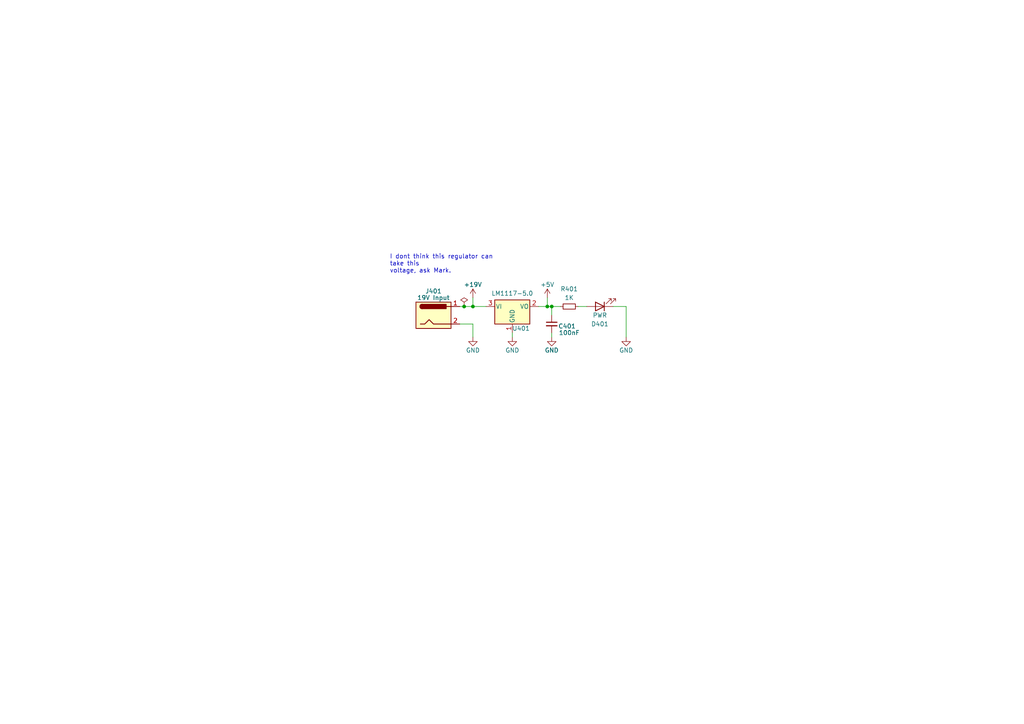
<source format=kicad_sch>
(kicad_sch (version 20211123) (generator eeschema)
  (paper "A4")
  (title_block (title "Days Without Incident Sign") (date "2022-06-24") (rev "${REVISION}") (company "FRC 1721") (comment 4 "Release: ${FULL_REVISION}"))
  (lib_symbols
    (symbol "Connector:Barrel_Jack" (pin_names (offset 1.016))
      (property "Reference" "J" (at 0 5.334 0))
      (property "Value" "Barrel_Jack" (at 0 -5.08 0))
      (symbol "Barrel_Jack_0_1"
        (rectangle (start -5.08 3.81) (end 5.08 -3.81) (stroke (width 0.254)) (fill (type background)))
        (arc (start -3.302 3.175) (mid -3.937 2.54) (end -3.302 1.905) (stroke (width 0.254)))
        (arc (start -3.302 3.175) (mid -3.937 2.54) (end -3.302 1.905) (stroke (width 0.254)) (fill (type outline)))
        (polyline (pts (xy 5.08 2.54) (xy 3.81 2.54)) (stroke (width 0.254)))
        (polyline (pts (xy -3.81 -2.54) (xy -2.54 -2.54) (xy -1.27 -1.27) (xy 0 -2.54) (xy 2.54 -2.54) (xy 5.08 -2.54)) (stroke (width 0.254)))
        (rectangle (start 3.683 3.175) (end -3.302 1.905) (stroke (width 0.254)) (fill (type outline)))
      )
      (symbol "Barrel_Jack_1_1"
        (pin passive line (at 7.62 2.54 180) (length 2.54) (name "~") (number "1"))
        (pin passive line (at 7.62 -2.54 180) (length 2.54) (name "~") (number "2"))
      )
    )
    (symbol "Device:C_Small" (pin_numbers hide) (pin_names (offset 0.254) hide)
      (property "Reference" "C" (at 0.254 1.778 0))
      (property "Value" "C_Small" (at 0.254 -2.032 0))
      (symbol "C_Small_0_1"
        (polyline (pts (xy -1.524 -0.508) (xy 1.524 -0.508)) (stroke (width 0.3302)))
        (polyline (pts (xy -1.524 0.508) (xy 1.524 0.508)) (stroke (width 0.3048)))
      )
      (symbol "C_Small_1_1"
        (pin passive line (at 0 2.54 270) (length 2.032) (name "~") (number "1"))
        (pin passive line (at 0 -2.54 90) (length 2.032) (name "~") (number "2"))
      )
    )
    (symbol "Device:LED" (pin_numbers hide) (pin_names (offset 1.016) hide)
      (property "Reference" "D" (at 0 2.54 0))
      (property "Value" "LED" (at 0 -2.54 0))
      (symbol "LED_0_1"
        (polyline (pts (xy -1.27 -1.27) (xy -1.27 1.27)) (stroke (width 0.254)))
        (polyline (pts (xy -1.27 0) (xy 1.27 0)))
        (polyline (pts (xy 1.27 -1.27) (xy 1.27 1.27) (xy -1.27 0) (xy 1.27 -1.27)) (stroke (width 0.254)))
        (polyline (pts (xy -3.048 -0.762) (xy -4.572 -2.286) (xy -3.81 -2.286) (xy -4.572 -2.286) (xy -4.572 -1.524)))
        (polyline (pts (xy -1.778 -0.762) (xy -3.302 -2.286) (xy -2.54 -2.286) (xy -3.302 -2.286) (xy -3.302 -1.524)))
      )
      (symbol "LED_1_1"
        (pin passive line (at -3.81 0 0) (length 2.54) (name "K") (number "1"))
        (pin passive line (at 3.81 0 180) (length 2.54) (name "A") (number "2"))
      )
    )
    (symbol "Device:R_Small" (pin_numbers hide) (pin_names (offset 0.254) hide)
      (property "Reference" "R" (at 0.762 0.508 0))
      (property "Value" "R_Small" (at 0.762 -1.016 0))
      (symbol "R_Small_0_1"
        (rectangle (start -0.762 1.778) (end 0.762 -1.778) (stroke (width 0.2032)))
      )
      (symbol "R_Small_1_1"
        (pin passive line (at 0 2.54 270) (length 0.762) (name "~") (number "1"))
        (pin passive line (at 0 -2.54 90) (length 0.762) (name "~") (number "2"))
      )
    )
    (symbol "KenwoodFox:+19V" (power) (pin_names (offset 0))
      (property "Value" "+19V" (at 0 3.556 0))
      (symbol "+19V_0_1"
        (polyline (pts (xy -0.762 1.27) (xy 0 2.54)))
        (polyline (pts (xy 0 0) (xy 0 2.54)))
        (polyline (pts (xy 0 2.54) (xy 0.762 1.27)))
      )
      (symbol "+19V_1_1"
        (pin power_in line (at 0 0 90) (length 0) hide (name "+19V") (number "1"))
      )
    )
    (symbol "Regulator_Linear:LM1117-5.0" (pin_names (offset 0.254))
      (property "Reference" "U" (at -3.81 3.175 0))
      (property "Value" "LM1117-5.0" (at 0 3.175 0))
      (symbol "LM1117-5.0_0_1"
        (rectangle (start -5.08 -5.08) (end 5.08 1.905) (stroke (width 0.254)) (fill (type background)))
      )
      (symbol "LM1117-5.0_1_1"
        (pin power_in line (at 0 -7.62 90) (length 2.54) (name "GND") (number "1"))
        (pin power_out line (at 7.62 0 180) (length 2.54) (name "VO") (number "2"))
        (pin power_in line (at -7.62 0 0) (length 2.54) (name "VI") (number "3"))
      )
    )
    (symbol "power:+5V" (power) (pin_names (offset 0))
      (property "Value" "+5V" (at 0 3.556 0))
      (symbol "+5V_0_1"
        (polyline (pts (xy -0.762 1.27) (xy 0 2.54)))
        (polyline (pts (xy 0 0) (xy 0 2.54)))
        (polyline (pts (xy 0 2.54) (xy 0.762 1.27)))
      )
      (symbol "+5V_1_1"
        (pin power_in line (at 0 0 90) (length 0) hide (name "+5V") (number "1"))
      )
    )
    (symbol "power:GND" (power) (pin_names (offset 0))
      (property "Value" "GND" (at 0 -3.81 0))
      (symbol "GND_0_1"
        (polyline (pts (xy 0 0) (xy 0 -1.27) (xy 1.27 -1.27) (xy 0 -2.54) (xy -1.27 -1.27) (xy 0 -1.27)))
      )
      (symbol "GND_1_1"
        (pin power_in line (at 0 0 270) (length 0) hide (name "GND") (number "1"))
      )
    )
    (symbol "power:PWR_FLAG" (power) (pin_numbers hide) (pin_names (offset 0) hide)
      (property "Value" "PWR_FLAG" (at 0 3.81 0))
      (symbol "PWR_FLAG_0_0"
        (pin power_out line (at 0 0 90) (length 0) (name "pwr") (number "1"))
      )
      (symbol "PWR_FLAG_0_1"
        (polyline (pts (xy 0 0) (xy 0 1.27) (xy -1.016 1.905) (xy 0 2.54) (xy 1.016 1.905) (xy 0 1.27)))
      )
    )
  )
  (junction (at 160.02 88.9))
  (junction (at 137.16 88.9))
  (junction (at 158.75 88.9))
  (junction (at 134.62 88.9))
  (wire (pts (xy 137.16 93.98) (xy 133.35 93.98)))
  (wire (pts (xy 137.16 86.36) (xy 137.16 88.9)))
  (wire (pts (xy 160.02 96.52) (xy 160.02 97.79)))
  (wire (pts (xy 137.16 97.79) (xy 137.16 93.98)))
  (wire (pts (xy 133.35 88.9) (xy 134.62 88.9)))
  (wire (pts (xy 148.59 96.52) (xy 148.59 97.79)))
  (wire (pts (xy 160.02 88.9) (xy 158.75 88.9)))
  (wire (pts (xy 177.8 88.9) (xy 181.61 88.9)))
  (wire (pts (xy 181.61 88.9) (xy 181.61 97.79)))
  (wire (pts (xy 160.02 88.9) (xy 162.56 88.9)))
  (wire (pts (xy 160.02 88.9) (xy 160.02 91.44)))
  (wire (pts (xy 167.64 88.9) (xy 170.18 88.9)))
  (wire (pts (xy 134.62 88.9) (xy 137.16 88.9)))
  (wire (pts (xy 158.75 86.36) (xy 158.75 88.9)))
  (wire (pts (xy 158.75 88.9) (xy 156.21 88.9)))
  (wire (pts (xy 137.16 88.9) (xy 140.97 88.9)))
  (text "I dont think this regulator can\ntake this\nvoltage, ask Mark." (at 113.03 79.375 0) (effects (font (size 1.27 1.27)) (justify left bottom)))
  (symbol (lib_id "power:GND") (at 160.02 97.79 0) (unit 1)
    (property "Reference" "#PWR0405" (effects hide))
    (property "Value" "GND" (at 160.02 101.6 0))
  )
  (symbol (lib_id "KenwoodFox:+19V") (at 137.16 86.36 0) (unit 1)
    (property "Reference" "#PWR0401" (effects hide))
    (property "Value" "+19V" (at 137.16 82.55 0))
  )
  (symbol (lib_id "Connector:Barrel_Jack") (at 125.73 91.44 0) (unit 1)
    (property "Reference" "J401" (at 125.73 84.455 0))
    (property "Value" "19V Input" (at 125.73 86.36 0))
    (property "Footprint" "Connector_BarrelJack:BarrelJack_GCT_DCJ200-10-A_Horizontal" (effects hide))
  )
  (symbol (lib_id "Device:R_Small") (at 165.1 88.9 90) (unit 1)
    (property "Reference" "R401" (at 165.1 83.82 90))
    (property "Value" "1K" (at 165.1 86.36 90))
    (property "Footprint" "Resistor_SMD:R_0805_2012Metric" (effects hide))
  )
  (symbol (lib_id "power:+5V") (at 158.75 86.36 0) (unit 1)
    (property "Reference" "#PWR0404" (effects hide))
    (property "Value" "+5V" (at 158.75 82.55 0))
  )
  (symbol (lib_id "power:GND") (at 148.59 97.79 0) (unit 1)
    (property "Reference" "#PWR0403" (effects hide))
    (property "Value" "GND" (at 148.59 101.6 0))
  )
  (symbol (lib_id "Regulator_Linear:LM1117-5.0") (at 148.59 88.9 0) (unit 1)
    (property "Reference" "U401" (at 151.13 95.25 0))
    (property "Value" "LM1117-5.0" (at 148.59 85.09 0))
    (property "Footprint" "Package_TO_SOT_SMD:SOT-223" (effects hide))
    (property "Datasheet" "http://www.ti.com/lit/ds/symlink/lm1117.pdf" (effects hide))
  )
  (symbol (lib_id "power:GND") (at 181.61 97.79 0) (unit 1)
    (property "Reference" "#PWR0406" (effects hide))
    (property "Value" "GND" (at 181.61 101.6 0))
  )
  (symbol (lib_id "power:PWR_FLAG") (at 134.62 88.9 0) (unit 1)
    (property "Reference" "#FLG0401" (effects hide))
    (property "Value" "PWR_FLAG" (effects hide))
  )
  (symbol (lib_id "power:GND") (at 137.16 97.79 0) (unit 1)
    (property "Reference" "#PWR0402" (effects hide))
    (property "Value" "GND" (at 137.16 101.6 0))
  )
  (symbol (lib_id "Device:C_Small") (at 160.02 93.98 0) (unit 1)
    (property "Reference" "C401" (at 164.465 94.615 0))
    (property "Value" "100nF" (at 165.1 96.52 0))
    (property "Footprint" "Capacitor_SMD:C_0805_2012Metric" (effects hide))
  )
  (symbol (lib_id "Device:LED") (at 173.99 88.9 180) (unit 1)
    (property "Reference" "D401" (at 173.99 93.98 0))
    (property "Value" "PWR" (at 173.99 91.44 0))
    (property "Footprint" "LED_SMD:LED_0805_2012Metric" (effects hide))
  )
)
</source>
